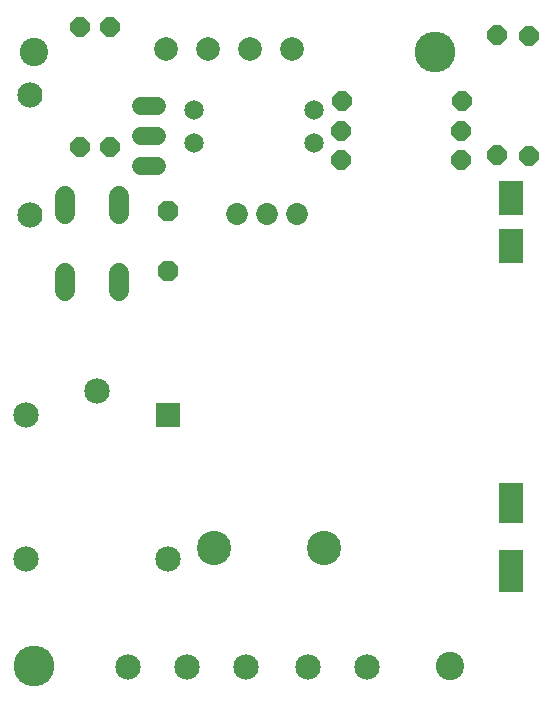
<source format=gbs>
G04 EAGLE Gerber RS-274X export*
G75*
%MOMM*%
%FSLAX34Y34*%
%LPD*%
%INSoldermask Bottom*%
%IPPOS*%
%AMOC8*
5,1,8,0,0,1.08239X$1,22.5*%
G01*
G04 Define Apertures*
%ADD10C,2.403200*%
%ADD11C,3.454400*%
%ADD12C,2.903200*%
%ADD13R,2.000000X3.600000*%
%ADD14R,2.000000X3.400000*%
%ADD15R,2.000000X3.000000*%
%ADD16P,1.84353X8X112.5*%
%ADD17C,2.133600*%
%ADD18C,1.657100*%
%ADD19R,2.153200X2.153200*%
%ADD20C,2.153200*%
%ADD21P,1.76776X8X22.5*%
%ADD22P,1.76776X8X292.5*%
%ADD23P,1.76776X8X112.5*%
%ADD24C,1.727200*%
%ADD25C,1.524000*%
%ADD26C,2.003200*%
%ADD27C,1.853200*%
%ADD28P,1.76776X8X202.5*%
D10*
X35505Y559120D03*
X388205Y39120D03*
D11*
X375505Y559120D03*
X35505Y39120D03*
D12*
X281000Y139000D03*
X188000Y139000D03*
D13*
X440000Y119000D03*
D14*
X440000Y177000D03*
D15*
X440000Y395000D03*
X440000Y435000D03*
D16*
X149510Y373250D03*
X149510Y424050D03*
D17*
X32188Y522412D03*
X32188Y420812D03*
D18*
X272937Y481413D03*
X272937Y509313D03*
X171337Y509313D03*
X171337Y481413D03*
D19*
X149300Y251500D03*
D20*
X89300Y271500D03*
X29300Y251500D03*
X29300Y129500D03*
X149300Y129500D03*
D21*
X296400Y517660D03*
X398000Y517660D03*
D22*
X100020Y580300D03*
X100020Y478700D03*
X74514Y580131D03*
X74514Y478531D03*
D23*
X455330Y471000D03*
X455330Y572600D03*
D22*
X428000Y573330D03*
X428000Y471730D03*
D24*
X107660Y437044D02*
X107660Y421804D01*
X62448Y421804D02*
X62448Y437044D01*
X107660Y372020D02*
X107660Y356780D01*
X62448Y356780D02*
X62448Y372020D01*
D25*
X126605Y513100D02*
X139813Y513100D01*
X139813Y462300D02*
X126605Y462300D01*
X126605Y487700D02*
X139813Y487700D01*
D26*
X183000Y561510D03*
X148000Y561510D03*
X254120Y561510D03*
X219120Y561510D03*
D27*
X207500Y421900D03*
X232900Y421900D03*
X258300Y421900D03*
D20*
X165500Y38100D03*
X115500Y38100D03*
X215500Y38100D03*
X317500Y38100D03*
X267500Y38100D03*
D28*
X397800Y467000D03*
X296200Y467000D03*
D21*
X296200Y492000D03*
X397800Y492000D03*
M02*

</source>
